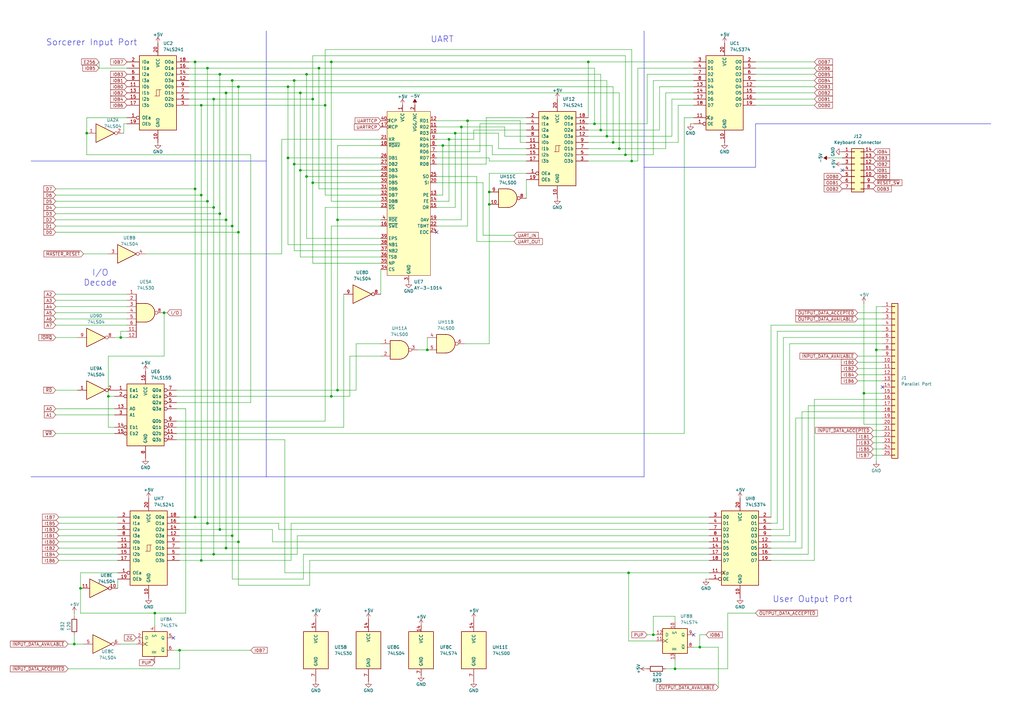
<source format=kicad_sch>
(kicad_sch (version 20250114) (generator "eeschema") (generator_version "9.0")
  (paper "A3")
  (text "I/O\nDecode" (at 41.148 114.046 0) (effects (font (size 2.54 2.54))))
  (text "UART" (at 181.356 16.256 0) (effects (font (size 2.54 2.54))))
  (text "User Output Port" (at 333.248 245.872 0) (effects (font (size 2.54 2.54))))
  (text "Sorcerer Input Port" (at 37.592 17.526 0) (effects (font (size 2.54 2.54))))
  (junction (at 33.02 241.3))
  (junction (at 44.45 162.56))
  (junction (at 120.65 33.02))
  (junction (at 354.33 161.29))
  (junction (at 35.56 54.61))
  (junction (at 90.17 30.48))
  (junction (at 85.09 27.94))
  (junction (at 82.55 80.01))
  (junction (at 184.15 57.15))
  (junction (at 251.46 58.42))
  (junction (at 97.79 95.25))
  (junction (at 118.11 35.56))
  (junction (at 133.35 43.18))
  (junction (at 248.92 55.88))
  (junction (at 241.3 25.4))
  (junction (at 73.66 266.7))
  (junction (at 92.71 38.1))
  (junction (at 186.69 54.61))
  (junction (at 87.63 85.09))
  (junction (at 138.43 160.02))
  (junction (at 243.84 50.8))
  (junction (at 130.81 27.94))
  (junction (at 90.17 217.17))
  (junction (at 254 60.96))
  (junction (at 125.73 72.39))
  (junction (at 128.27 40.64))
  (junction (at 246.38 53.34))
  (junction (at 95.25 33.02))
  (junction (at 181.61 59.69))
  (junction (at 92.71 90.17))
  (junction (at 85.09 214.63))
  (junction (at 82.55 229.87))
  (junction (at 30.48 264.16))
  (junction (at 80.01 25.4))
  (junction (at 80.01 77.47))
  (junction (at 97.79 35.56))
  (junction (at 191.77 49.53))
  (junction (at 63.5 251.46))
  (junction (at 120.65 67.31))
  (junction (at 123.19 38.1))
  (junction (at 256.54 63.5))
  (junction (at 118.11 64.77))
  (junction (at 95.25 92.71))
  (junction (at 49.53 138.43))
  (junction (at 95.25 219.71))
  (junction (at 287.02 265.43))
  (junction (at 85.09 82.55))
  (junction (at 67.31 128.27))
  (junction (at 189.23 52.07))
  (junction (at 267.97 260.35))
  (junction (at 128.27 74.93))
  (junction (at 276.86 274.32))
  (junction (at 135.89 162.56))
  (junction (at 259.08 66.04))
  (junction (at 359.41 143.51))
  (junction (at 90.17 87.63))
  (junction (at 82.55 43.18))
  (junction (at 138.43 90.17))
  (junction (at 257.81 234.95))
  (junction (at 97.79 222.25))
  (junction (at 200.66 78.74))
  (junction (at 80.01 212.09))
  (junction (at 92.71 224.79))
  (junction (at 135.89 25.4))
  (junction (at 87.63 227.33))
  (junction (at 175.26 143.51))
  (junction (at 87.63 40.64))
  (junction (at 123.19 69.85))
  (junction (at 125.73 30.48))
  (junction (at 200.66 83.82))
  (no_connect (at 361.95 158.75))
  (no_connect (at 71.12 261.62))
  (no_connect (at 345.44 69.85))
  (no_connect (at 179.07 95.25))
  (no_connect (at 284.48 260.35))
  (wire (pts (xy 33.02 251.46) (xy 33.02 241.3)))
  (wire (pts (xy 191.77 49.53) (xy 213.36 49.53)))
  (wire (pts (xy 138.43 59.69) (xy 138.43 90.17)))
  (wire (pts (xy 24.13 227.33) (xy 48.26 227.33)))
  (wire (pts (xy 73.66 224.79) (xy 92.71 224.79)))
  (wire (pts (xy 133.35 80.01) (xy 133.35 43.18)))
  (wire (pts (xy 114.3 214.63) (xy 85.09 214.63)))
  (wire (pts (xy 127 229.87) (xy 127 240.03)))
  (wire (pts (xy 328.93 168.91) (xy 328.93 224.79)))
  (wire (pts (xy 199.39 67.31) (xy 199.39 48.26)))
  (wire (pts (xy 120.65 33.02) (xy 95.25 33.02)))
  (wire (pts (xy 123.19 105.41) (xy 123.19 69.85)))
  (polyline (pts (xy 109.22 12.7) (xy 109.22 66.04)))
  (wire (pts (xy 351.79 130.81) (xy 361.95 130.81)))
  (wire (pts (xy 22.86 77.47) (xy 80.01 77.47)))
  (wire (pts (xy 254 38.1) (xy 123.19 38.1)))
  (wire (pts (xy 351.79 128.27) (xy 361.95 128.27)))
  (wire (pts (xy 121.92 219.71) (xy 121.92 227.33)))
  (wire (pts (xy 267.97 252.73) (xy 267.97 260.35)))
  (wire (pts (xy 73.66 217.17) (xy 90.17 217.17)))
  (wire (pts (xy 156.21 102.87) (xy 120.65 102.87)))
  (wire (pts (xy 73.66 229.87) (xy 82.55 229.87)))
  (wire (pts (xy 243.84 27.94) (xy 130.81 27.94)))
  (wire (pts (xy 261.62 66.04) (xy 259.08 66.04)))
  (wire (pts (xy 251.46 58.42) (xy 251.46 35.56)))
  (wire (pts (xy 276.86 255.27) (xy 276.86 252.73)))
  (wire (pts (xy 97.79 95.25) (xy 97.79 35.56)))
  (wire (pts (xy 156.21 97.79) (xy 125.73 97.79)))
  (wire (pts (xy 213.36 49.53) (xy 213.36 58.42)))
  (wire (pts (xy 334.01 229.87) (xy 316.23 229.87)))
  (wire (pts (xy 179.07 57.15) (xy 184.15 57.15)))
  (wire (pts (xy 340.36 64.77) (xy 345.44 64.77)))
  (wire (pts (xy 156.21 67.31) (xy 120.65 67.31)))
  (wire (pts (xy 135.89 162.56) (xy 72.39 162.56)))
  (wire (pts (xy 309.88 33.02) (xy 334.01 33.02)))
  (wire (pts (xy 191.77 92.71) (xy 191.77 49.53)))
  (wire (pts (xy 48.26 234.95) (xy 33.02 234.95)))
  (wire (pts (xy 241.3 48.26) (xy 241.3 25.4)))
  (wire (pts (xy 128.27 22.86) (xy 128.27 40.64)))
  (wire (pts (xy 280.67 48.26) (xy 280.67 177.8)))
  (wire (pts (xy 284.48 35.56) (xy 270.51 35.56)))
  (wire (pts (xy 111.76 222.25) (xy 111.76 217.17)))
  (wire (pts (xy 200.66 64.77) (xy 200.66 66.04)))
  (wire (pts (xy 267.97 33.02) (xy 267.97 63.5)))
  (wire (pts (xy 97.79 222.25) (xy 97.79 95.25)))
  (wire (pts (xy 267.97 63.5) (xy 256.54 63.5)))
  (wire (pts (xy 87.63 85.09) (xy 87.63 40.64)))
  (wire (pts (xy 201.93 63.5) (xy 215.9 63.5)))
  (wire (pts (xy 156.21 100.33) (xy 118.11 100.33)))
  (wire (pts (xy 114.3 217.17) (xy 114.3 214.63)))
  (wire (pts (xy 140.97 175.26) (xy 140.97 120.65)))
  (wire (pts (xy 259.08 20.32) (xy 133.35 20.32)))
  (wire (pts (xy 71.12 266.7) (xy 73.66 266.7)))
  (wire (pts (xy 361.95 171.45) (xy 326.39 171.45)))
  (wire (pts (xy 179.07 59.69) (xy 181.61 59.69)))
  (wire (pts (xy 92.71 90.17) (xy 92.71 38.1)))
  (wire (pts (xy 284.48 27.94) (xy 261.62 27.94)))
  (wire (pts (xy 358.14 186.69) (xy 361.95 186.69)))
  (wire (pts (xy 73.66 214.63) (xy 85.09 214.63)))
  (wire (pts (xy 179.07 90.17) (xy 189.23 90.17)))
  (wire (pts (xy 156.21 107.95) (xy 128.27 107.95)))
  (wire (pts (xy 80.01 25.4) (xy 77.47 25.4)))
  (wire (pts (xy 46.99 175.26) (xy 44.45 175.26)))
  (wire (pts (xy 276.86 274.32) (xy 276.86 270.51)))
  (wire (pts (xy 130.81 27.94) (xy 85.09 27.94)))
  (wire (pts (xy 189.23 90.17) (xy 189.23 52.07)))
  (wire (pts (xy 354.33 124.46) (xy 354.33 161.29)))
  (wire (pts (xy 156.21 59.69) (xy 138.43 59.69)))
  (wire (pts (xy 298.45 251.46) (xy 309.88 251.46)))
  (wire (pts (xy 181.61 59.69) (xy 201.93 59.69)))
  (wire (pts (xy 359.41 189.23) (xy 359.41 143.51)))
  (wire (pts (xy 241.3 50.8) (xy 243.84 50.8)))
  (wire (pts (xy 321.31 217.17) (xy 316.23 217.17)))
  (wire (pts (xy 267.97 260.35) (xy 269.24 260.35)))
  (wire (pts (xy 22.86 90.17) (xy 92.71 90.17)))
  (wire (pts (xy 198.12 96.52) (xy 198.12 74.93)))
  (polyline (pts (xy 109.22 195.58) (xy 264.16 195.58)))
  (wire (pts (xy 284.48 40.64) (xy 275.59 40.64)))
  (wire (pts (xy 280.67 177.8) (xy 72.39 177.8)))
  (wire (pts (xy 24.13 224.79) (xy 48.26 224.79)))
  (wire (pts (xy 92.71 38.1) (xy 77.47 38.1)))
  (wire (pts (xy 156.21 110.49) (xy 156.21 120.65)))
  (wire (pts (xy 22.86 92.71) (xy 95.25 92.71)))
  (wire (pts (xy 35.56 63.5) (xy 102.87 63.5)))
  (wire (pts (xy 156.21 57.15) (xy 115.57 57.15)))
  (wire (pts (xy 241.3 58.42) (xy 251.46 58.42)))
  (wire (pts (xy 323.85 219.71) (xy 316.23 219.71)))
  (wire (pts (xy 248.92 33.02) (xy 120.65 33.02)))
  (wire (pts (xy 123.19 69.85) (xy 123.19 38.1)))
  (wire (pts (xy 48.26 237.49) (xy 48.26 241.3)))
  (wire (pts (xy 50.8 54.61) (xy 50.8 50.8)))
  (wire (pts (xy 115.57 104.14) (xy 59.69 104.14)))
  (wire (pts (xy 146.05 140.97) (xy 146.05 160.02)))
  (wire (pts (xy 22.86 85.09) (xy 87.63 85.09)))
  (wire (pts (xy 359.41 143.51) (xy 361.95 143.51)))
  (wire (pts (xy 156.21 69.85) (xy 123.19 69.85)))
  (wire (pts (xy 118.11 35.56) (xy 97.79 35.56)))
  (wire (pts (xy 284.48 30.48) (xy 265.43 30.48)))
  (wire (pts (xy 361.95 163.83) (xy 334.01 163.83)))
  (wire (pts (xy 133.35 85.09) (xy 133.35 172.72)))
  (wire (pts (xy 259.08 66.04) (xy 259.08 20.32)))
  (wire (pts (xy 90.17 217.17) (xy 90.17 87.63)))
  (wire (pts (xy 290.83 229.87) (xy 127 229.87)))
  (wire (pts (xy 133.35 43.18) (xy 82.55 43.18)))
  (wire (pts (xy 284.48 33.02) (xy 267.97 33.02)))
  (wire (pts (xy 194.31 53.34) (xy 215.9 53.34)))
  (wire (pts (xy 133.35 172.72) (xy 72.39 172.72)))
  (wire (pts (xy 156.21 146.05) (xy 143.51 146.05)))
  (wire (pts (xy 189.23 52.07) (xy 207.01 52.07)))
  (wire (pts (xy 95.25 237.49) (xy 95.25 219.71)))
  (wire (pts (xy 243.84 50.8) (xy 243.84 27.94)))
  (wire (pts (xy 298.45 274.32) (xy 276.86 274.32)))
  (wire (pts (xy 125.73 97.79) (xy 125.73 72.39)))
  (polyline (pts (xy 264.16 12.7) (xy 264.16 195.58)))
  (wire (pts (xy 22.86 138.43) (xy 31.75 138.43)))
  (wire (pts (xy 49.53 135.89) (xy 49.53 138.43)))
  (wire (pts (xy 95.25 92.71) (xy 95.25 33.02)))
  (wire (pts (xy 248.92 55.88) (xy 248.92 33.02)))
  (wire (pts (xy 179.07 54.61) (xy 186.69 54.61)))
  (wire (pts (xy 171.45 143.51) (xy 175.26 143.51)))
  (polyline (pts (xy 309.88 50.8) (xy 406.4 50.8)))
  (wire (pts (xy 361.95 173.99) (xy 354.33 173.99)))
  (wire (pts (xy 156.21 92.71) (xy 135.89 92.71)))
  (wire (pts (xy 257.81 234.95) (xy 116.84 234.95)))
  (polyline (pts (xy 12.7 66.04) (xy 109.22 66.04)))
  (wire (pts (xy 215.9 71.12) (xy 200.66 71.12)))
  (wire (pts (xy 196.85 62.23) (xy 196.85 50.8)))
  (wire (pts (xy 135.89 92.71) (xy 135.89 162.56)))
  (wire (pts (xy 30.48 260.35) (xy 30.48 264.16)))
  (wire (pts (xy 326.39 171.45) (xy 326.39 222.25)))
  (wire (pts (xy 287.02 260.35) (xy 287.02 265.43)))
  (wire (pts (xy 119.38 214.63) (xy 119.38 229.87)))
  (wire (pts (xy 156.21 72.39) (xy 125.73 72.39)))
  (wire (pts (xy 135.89 25.4) (xy 80.01 25.4)))
  (wire (pts (xy 44.45 146.05) (xy 44.45 162.56)))
  (wire (pts (xy 241.3 66.04) (xy 259.08 66.04)))
  (wire (pts (xy 179.07 85.09) (xy 186.69 85.09)))
  (wire (pts (xy 52.07 135.89) (xy 49.53 135.89)))
  (wire (pts (xy 265.43 260.35) (xy 267.97 260.35)))
  (wire (pts (xy 128.27 74.93) (xy 128.27 40.64)))
  (wire (pts (xy 80.01 212.09) (xy 80.01 77.47)))
  (wire (pts (xy 331.47 227.33) (xy 316.23 227.33)))
  (wire (pts (xy 190.5 140.97) (xy 200.66 140.97)))
  (wire (pts (xy 22.86 130.81) (xy 52.07 130.81)))
  (wire (pts (xy 318.77 214.63) (xy 316.23 214.63)))
  (polyline (pts (xy 264.16 68.58) (xy 309.88 68.58)))
  (wire (pts (xy 354.33 161.29) (xy 361.95 161.29)))
  (wire (pts (xy 326.39 222.25) (xy 316.23 222.25)))
  (wire (pts (xy 270.51 35.56) (xy 270.51 53.34)))
  (wire (pts (xy 124.46 227.33) (xy 124.46 237.49)))
  (wire (pts (xy 359.41 143.51) (xy 359.41 125.73)))
  (wire (pts (xy 52.07 48.26) (xy 35.56 48.26)))
  (wire (pts (xy 241.3 63.5) (xy 256.54 63.5)))
  (wire (pts (xy 186.69 54.61) (xy 204.47 54.61)))
  (wire (pts (xy 76.2 251.46) (xy 63.5 251.46)))
  (wire (pts (xy 156.21 82.55) (xy 135.89 82.55)))
  (wire (pts (xy 156.21 105.41) (xy 123.19 105.41)))
  (wire (pts (xy 179.07 82.55) (xy 184.15 82.55)))
  (wire (pts (xy 24.13 212.09) (xy 48.26 212.09)))
  (wire (pts (xy 290.83 222.25) (xy 111.76 222.25)))
  (wire (pts (xy 256.54 63.5) (xy 256.54 22.86)))
  (wire (pts (xy 358.14 184.15) (xy 361.95 184.15)))
  (polyline (pts (xy 109.22 66.04) (xy 109.22 195.58)))
  (wire (pts (xy 116.84 180.34) (xy 72.39 180.34)))
  (wire (pts (xy 124.46 237.49) (xy 95.25 237.49)))
  (wire (pts (xy 318.77 135.89) (xy 318.77 214.63)))
  (wire (pts (xy 199.39 48.26) (xy 215.9 48.26)))
  (wire (pts (xy 179.07 64.77) (xy 200.66 64.77)))
  (wire (pts (xy 156.21 74.93) (xy 128.27 74.93)))
  (wire (pts (xy 201.93 59.69) (xy 201.93 63.5)))
  (wire (pts (xy 119.38 229.87) (xy 82.55 229.87)))
  (wire (pts (xy 195.58 99.06) (xy 195.58 72.39)))
  (wire (pts (xy 256.54 22.86) (xy 128.27 22.86)))
  (wire (pts (xy 361.95 168.91) (xy 328.93 168.91)))
  (wire (pts (xy 210.82 99.06) (xy 195.58 99.06)))
  (wire (pts (xy 309.88 40.64) (xy 334.01 40.64)))
  (wire (pts (xy 156.21 77.47) (xy 130.81 77.47)))
  (wire (pts (xy 146.05 160.02) (xy 138.43 160.02)))
  (wire (pts (xy 63.5 251.46) (xy 63.5 256.54)))
  (wire (pts (xy 40.64 27.94) (xy 52.07 27.94)))
  (wire (pts (xy 40.64 27.94) (xy 40.64 25.4)))
  (wire (pts (xy 361.95 138.43) (xy 321.31 138.43)))
  (wire (pts (xy 22.86 177.8) (xy 46.99 177.8)))
  (wire (pts (xy 22.86 133.35) (xy 52.07 133.35)))
  (wire (pts (xy 195.58 72.39) (xy 179.07 72.39)))
  (wire (pts (xy 204.47 60.96) (xy 215.9 60.96)))
  (wire (pts (xy 309.88 25.4) (xy 334.01 25.4)))
  (polyline (pts (xy 309.88 68.58) (xy 309.88 50.8)))
  (wire (pts (xy 289.56 260.35) (xy 287.02 260.35)))
  (wire (pts (xy 265.43 50.8) (xy 243.84 50.8)))
  (wire (pts (xy 284.48 43.18) (xy 278.13 43.18)))
  (wire (pts (xy 156.21 80.01) (xy 133.35 80.01)))
  (wire (pts (xy 87.63 40.64) (xy 77.47 40.64)))
  (wire (pts (xy 323.85 140.97) (xy 323.85 219.71)))
  (wire (pts (xy 290.83 219.71) (xy 121.92 219.71)))
  (wire (pts (xy 278.13 58.42) (xy 251.46 58.42)))
  (wire (pts (xy 44.45 175.26) (xy 44.45 162.56)))
  (wire (pts (xy 22.86 120.65) (xy 52.07 120.65)))
  (wire (pts (xy 316.23 133.35) (xy 316.23 212.09)))
  (wire (pts (xy 200.66 71.12) (xy 200.66 78.74)))
  (wire (pts (xy 358.14 176.53) (xy 361.95 176.53)))
  (wire (pts (xy 24.13 214.63) (xy 48.26 214.63)))
  (wire (pts (xy 156.21 140.97) (xy 146.05 140.97)))
  (wire (pts (xy 80.01 77.47) (xy 80.01 25.4)))
  (wire (pts (xy 97.79 240.03) (xy 97.79 222.25)))
  (wire (pts (xy 138.43 90.17) (xy 138.43 160.02)))
  (wire (pts (xy 22.86 87.63) (xy 90.17 87.63)))
  (wire (pts (xy 276.86 252.73) (xy 267.97 252.73)))
  (wire (pts (xy 294.64 265.43) (xy 287.02 265.43)))
  (wire (pts (xy 358.14 179.07) (xy 361.95 179.07)))
  (wire (pts (xy 102.87 165.1) (xy 72.39 165.1)))
  (wire (pts (xy 49.53 138.43) (xy 52.07 138.43)))
  (wire (pts (xy 85.09 82.55) (xy 85.09 27.94)))
  (wire (pts (xy 127 240.03) (xy 97.79 240.03)))
  (wire (pts (xy 138.43 160.02) (xy 72.39 160.02)))
  (wire (pts (xy 265.43 30.48) (xy 265.43 50.8)))
  (wire (pts (xy 298.45 251.46) (xy 298.45 274.32)))
  (wire (pts (xy 22.86 167.64) (xy 46.99 167.64)))
  (wire (pts (xy 334.01 163.83) (xy 334.01 229.87)))
  (polyline (pts (xy 12.7 195.58) (xy 109.22 195.58)))
  (wire (pts (xy 278.13 43.18) (xy 278.13 58.42)))
  (wire (pts (xy 351.79 146.05) (xy 361.95 146.05)))
  (wire (pts (xy 198.12 74.93) (xy 179.07 74.93)))
  (wire (pts (xy 179.07 62.23) (xy 196.85 62.23)))
  (wire (pts (xy 35.56 48.26) (xy 35.56 54.61)))
  (wire (pts (xy 49.53 264.16) (xy 55.88 264.16)))
  (wire (pts (xy 186.69 85.09) (xy 186.69 54.61)))
  (wire (pts (xy 358.14 181.61) (xy 361.95 181.61)))
  (wire (pts (xy 351.79 148.59) (xy 361.95 148.59)))
  (wire (pts (xy 359.41 125.73) (xy 361.95 125.73)))
  (wire (pts (xy 283.21 50.8) (xy 284.48 50.8)))
  (wire (pts (xy 125.73 72.39) (xy 125.73 30.48)))
  (wire (pts (xy 331.47 166.37) (xy 331.47 227.33)))
  (wire (pts (xy 200.66 83.82) (xy 200.66 78.74)))
  (wire (pts (xy 361.95 135.89) (xy 318.77 135.89)))
  (wire (pts (xy 290.83 227.33) (xy 124.46 227.33)))
  (wire (pts (xy 321.31 138.43) (xy 321.31 217.17)))
  (wire (pts (xy 196.85 50.8) (xy 215.9 50.8)))
  (wire (pts (xy 49.53 138.43) (xy 46.99 138.43)))
  (wire (pts (xy 181.61 80.01) (xy 181.61 59.69)))
  (wire (pts (xy 67.31 128.27) (xy 68.58 128.27)))
  (wire (pts (xy 184.15 57.15) (xy 194.31 57.15)))
  (wire (pts (xy 118.11 64.77) (xy 118.11 35.56)))
  (wire (pts (xy 34.29 104.14) (xy 44.45 104.14)))
  (wire (pts (xy 73.66 212.09) (xy 80.01 212.09)))
  (wire (pts (xy 22.86 125.73) (xy 52.07 125.73)))
  (wire (pts (xy 82.55 229.87) (xy 82.55 80.01)))
  (wire (pts (xy 135.89 82.55) (xy 135.89 25.4)))
  (wire (pts (xy 123.19 38.1) (xy 92.71 38.1)))
  (wire (pts (xy 90.17 30.48) (xy 77.47 30.48)))
  (wire (pts (xy 63.5 251.46) (xy 33.02 251.46)))
  (wire (pts (xy 156.21 64.77) (xy 118.11 64.77)))
  (wire (pts (xy 361.95 166.37) (xy 331.47 166.37)))
  (wire (pts (xy 85.09 27.94) (xy 77.47 27.94)))
  (wire (pts (xy 24.13 222.25) (xy 48.26 222.25)))
  (wire (pts (xy 215.9 73.66) (xy 215.9 81.28)))
  (wire (pts (xy 92.71 224.79) (xy 92.71 90.17)))
  (wire (pts (xy 24.13 217.17) (xy 48.26 217.17)))
  (wire (pts (xy 241.3 25.4) (xy 284.48 25.4)))
  (wire (pts (xy 275.59 55.88) (xy 248.92 55.88)))
  (wire (pts (xy 309.88 35.56) (xy 334.01 35.56)))
  (wire (pts (xy 22.86 160.02) (xy 31.75 160.02)))
  (wire (pts (xy 210.82 96.52) (xy 198.12 96.52)))
  (wire (pts (xy 72.39 167.64) (xy 76.2 167.64)))
  (wire (pts (xy 102.87 63.5) (xy 102.87 165.1)))
  (wire (pts (xy 24.13 229.87) (xy 48.26 229.87)))
  (wire (pts (xy 241.3 25.4) (xy 135.89 25.4)))
  (wire (pts (xy 72.39 175.26) (xy 140.97 175.26)))
  (wire (pts (xy 73.66 274.32) (xy 73.66 266.7)))
  (wire (pts (xy 241.3 55.88) (xy 248.92 55.88)))
  (wire (pts (xy 179.07 52.07) (xy 189.23 52.07)))
  (wire (pts (xy 118.11 100.33) (xy 118.11 64.77)))
  (wire (pts (xy 241.3 60.96) (xy 254 60.96)))
  (wire (pts (xy 30.48 251.46) (xy 30.48 252.73)))
  (wire (pts (xy 200.66 66.04) (xy 215.9 66.04)))
  (wire (pts (xy 179.07 49.53) (xy 191.77 49.53)))
  (wire (pts (xy 254 60.96) (xy 254 38.1)))
  (wire (pts (xy 92.71 224.79) (xy 290.83 224.79)))
  (wire (pts (xy 22.86 128.27) (xy 52.07 128.27)))
  (wire (pts (xy 82.55 43.18) (xy 77.47 43.18)))
  (wire (pts (xy 116.84 234.95) (xy 116.84 180.34)))
  (wire (pts (xy 179.07 92.71) (xy 191.77 92.71)))
  (wire (pts (xy 22.86 82.55) (xy 85.09 82.55)))
  (wire (pts (xy 309.88 43.18) (xy 334.01 43.18)))
  (wire (pts (xy 76.2 167.64) (xy 76.2 251.46)))
  (wire (pts (xy 261.62 27.94) (xy 261.62 66.04)))
  (wire (pts (xy 67.31 146.05) (xy 44.45 146.05)))
  (wire (pts (xy 309.88 27.94) (xy 334.01 27.94)))
  (wire (pts (xy 44.45 162.56) (xy 46.99 162.56)))
  (wire (pts (xy 284.48 38.1) (xy 273.05 38.1)))
  (wire (pts (xy 351.79 153.67) (xy 361.95 153.67)))
  (wire (pts (xy 290.83 214.63) (xy 119.38 214.63)))
  (wire (pts (xy 82.55 80.01) (xy 82.55 43.18)))
  (wire (pts (xy 361.95 133.35) (xy 316.23 133.35)))
  (wire (pts (xy 207.01 52.07) (xy 207.01 55.88)))
  (wire (pts (xy 128.27 40.64) (xy 87.63 40.64)))
  (wire (pts (xy 290.83 234.95) (xy 257.81 234.95)))
  (wire (pts (xy 125.73 30.48) (xy 90.17 30.48)))
  (wire (pts (xy 30.48 264.16) (xy 34.29 264.16)))
  (wire (pts (xy 27.94 274.32) (xy 73.66 274.32)))
  (wire (pts (xy 97.79 35.56) (xy 77.47 35.56)))
  (wire (pts (xy 33.02 234.95) (xy 33.02 241.3)))
  (wire (pts (xy 67.31 128.27) (xy 67.31 146.05)))
  (wire (pts (xy 294.64 281.94) (xy 294.64 265.43)))
  (wire (pts (xy 273.05 38.1) (xy 273.05 60.96)))
  (wire (pts (xy 269.24 262.89) (xy 257.81 262.89)))
  (wire (pts (xy 22.86 123.19) (xy 52.07 123.19)))
  (wire (pts (xy 22.86 80.01) (xy 82.55 80.01)))
  (wire (pts (xy 287.02 265.43) (xy 284.48 265.43)))
  (wire (pts (xy 90.17 87.63) (xy 90.17 30.48)))
  (wire (pts (xy 179.07 80.01) (xy 181.61 80.01)))
  (wire (pts (xy 95.25 219.71) (xy 95.25 92.71)))
  (wire (pts (xy 194.31 57.15) (xy 194.31 53.34)))
  (wire (pts (xy 213.36 58.42) (xy 215.9 58.42)))
  (wire (pts (xy 27.94 264.16) (xy 30.48 264.16)))
  (wire (pts (xy 73.66 222.25) (xy 97.79 222.25)))
  (wire (pts (xy 273.05 274.32) (xy 276.86 274.32)))
  (wire (pts (xy 184.15 82.55) (xy 184.15 57.15)))
  (wire (pts (xy 179.07 67.31) (xy 199.39 67.31)))
  (wire (pts (xy 115.57 57.15) (xy 115.57 104.14)))
  (wire (pts (xy 24.13 219.71) (xy 48.26 219.71)))
  (wire (pts (xy 73.66 266.7) (xy 102.87 266.7)))
  (wire (pts (xy 309.88 38.1) (xy 334.01 38.1)))
  (wire (pts (xy 251.46 35.56) (xy 118.11 35.56)))
  (wire (pts (xy 200.66 140.97) (xy 200.66 83.82)))
  (wire (pts (xy 204.47 54.61) (xy 204.47 60.96)))
  (wire (pts (xy 207.01 55.88) (xy 215.9 55.88)))
  (wire (pts (xy 73.66 227.33) (xy 87.63 227.33)))
  (wire (pts (xy 121.92 227.33) (xy 87.63 227.33)))
  (wire (pts (xy 289.56 237.49) (xy 290.83 237.49)))
  (wire (pts (xy 95.25 33.02) (xy 77.47 33.02)))
  (wire (pts (xy 354.33 173.99) (xy 354.33 161.29)))
  (wire (pts (xy 309.88 30.48) (xy 334.01 30.48)))
  (wire (pts (xy 241.3 53.34) (xy 246.38 53.34)))
  (wire (pts (xy 328.93 224.79) (xy 316.23 224.79)))
  (wire (pts (xy 87.63 227.33) (xy 87.63 85.09)))
  (wire (pts (xy 361.95 140.97) (xy 323.85 140.97)))
  (wire (pts (xy 275.59 40.64) (xy 275.59 55.88)))
  (wire (pts (xy 143.51 146.05) (xy 143.51 162.56)))
  (wire (pts (xy 246.38 53.34) (xy 246.38 30.48)))
  (wire (pts (xy 73.66 219.71) (xy 95.25 219.71)))
  (wire (pts (xy 111.76 217.17) (xy 90.17 217.17)))
  (wire (pts (xy 290.83 217.17) (xy 114.3 217.17)))
  (wire (pts (xy 50.8 50.8) (xy 52.07 50.8)))
  (wire (pts (xy 130.81 77.47) (xy 130.81 27.94)))
  (wire (pts (xy 80.01 212.09) (xy 290.83 212.09)))
  (wire (pts (xy 246.38 30.48) (xy 125.73 30.48)))
  (wire (pts (xy 35.56 54.61) (xy 35.56 63.5)))
  (wire (pts (xy 175.26 143.51) (xy 175.26 138.43)))
  (wire (pts (xy 284.48 48.26) (xy 280.67 48.26)))
  (wire (pts (xy 351.79 151.13) (xy 361.95 151.13)))
  (wire (pts (xy 128.27 107.95) (xy 128.27 74.93)))
  (wire (pts (xy 120.65 67.31) (xy 120.65 33.02)))
  (wire (pts (xy 257.81 262.89) (xy 257.81 234.95)))
  (wire (pts (xy 273.05 60.96) (xy 254 60.96)))
  (wire (pts (xy 143.51 162.56) (xy 135.89 162.56)))
  (wire (pts (xy 156.21 85.09) (xy 133.35 85.09)))
  (wire (pts (xy 85.09 214.63) (xy 85.09 82.55)))
  (wire (pts (xy 133.35 20.32) (xy 133.35 43.18)))
  (wire (pts (xy 156.21 90.17) (xy 138.43 90.17)))
  (wire (pts (xy 120.65 102.87) (xy 120.65 67.31)))
  (wire (pts (xy 22.86 170.18) (xy 46.99 170.18)))
  (wire (pts (xy 22.86 95.25) (xy 97.79 95.25)))
  (wire (pts (xy 270.51 53.34) (xy 246.38 53.34)))
  (wire (pts (xy 351.79 156.21) (xy 361.95 156.21)))
  (global_label "O0B2" (shape input) (at 345.44 77.47 180) (property "Intersheetrefs" "${INTERSHEET_REFS}" (effects (hide yes))))
  (global_label "I1B1" (shape input) (at 24.13 219.71 180) (property "Intersheetrefs" "${INTERSHEET_REFS}" (effects (hide yes))))
  (global_label "I1B7" (shape input) (at 24.13 212.09 180) (property "Intersheetrefs" "${INTERSHEET_REFS}" (effects (hide yes))))
  (global_label "I{slash}O" (shape input) (at 68.58 128.27 0) (property "Intersheetrefs" "${INTERSHEET_REFS}" (effects (hide yes))))
  (global_label "~{IORQ}" (shape input) (at 22.86 138.43 180) (property "Intersheetrefs" "${INTERSHEET_REFS}" (effects (hide yes))))
  (global_label "ZG" (shape input) (at 55.88 261.62 180) (property "Intersheetrefs" "${INTERSHEET_REFS}" (effects (hide yes))))
  (global_label "I1B0" (shape input) (at 24.13 222.25 180) (property "Intersheetrefs" "${INTERSHEET_REFS}" (effects (hide yes))))
  (global_label "I0B2" (shape input) (at 52.07 38.1 180) (property "Intersheetrefs" "${INTERSHEET_REFS}" (effects (hide yes))))
  (global_label "I0B4" (shape input) (at 52.07 40.64 180) (property "Intersheetrefs" "${INTERSHEET_REFS}" (effects (hide yes))))
  (global_label "I0B1" (shape input) (at 52.07 33.02 180) (property "Intersheetrefs" "${INTERSHEET_REFS}" (effects (hide yes))))
  (global_label "UART_OUT" (shape input) (at 210.82 99.06 0) (property "Intersheetrefs" "${INTERSHEET_REFS}" (effects (hide yes))))
  (global_label "I1B1" (shape input) (at 358.14 179.07 180) (property "Intersheetrefs" "${INTERSHEET_REFS}" (effects (hide yes))))
  (global_label "I1B5" (shape input) (at 358.14 184.15 180) (property "Intersheetrefs" "${INTERSHEET_REFS}" (effects (hide yes))))
  (global_label "A3" (shape input) (at 22.86 123.19 180) (property "Intersheetrefs" "${INTERSHEET_REFS}" (effects (hide yes))))
  (global_label "I1B7" (shape input) (at 358.14 186.69 180) (property "Intersheetrefs" "${INTERSHEET_REFS}" (effects (hide yes))))
  (global_label "I1B3" (shape input) (at 358.14 181.61 180) (property "Intersheetrefs" "${INTERSHEET_REFS}" (effects (hide yes))))
  (global_label "I0B3" (shape input) (at 52.07 30.48 180) (property "Intersheetrefs" "${INTERSHEET_REFS}" (effects (hide yes))))
  (global_label "A2" (shape input) (at 22.86 120.65 180) (property "Intersheetrefs" "${INTERSHEET_REFS}" (effects (hide yes))))
  (global_label "D5" (shape input) (at 22.86 82.55 180) (property "Intersheetrefs" "${INTERSHEET_REFS}" (effects (hide yes))))
  (global_label "D1" (shape input) (at 22.86 92.71 180) (property "Intersheetrefs" "${INTERSHEET_REFS}" (effects (hide yes))))
  (global_label "I1B2" (shape input) (at 24.13 224.79 180) (property "Intersheetrefs" "${INTERSHEET_REFS}" (effects (hide yes))))
  (global_label "D6" (shape input) (at 22.86 80.01 180) (property "Intersheetrefs" "${INTERSHEET_REFS}" (effects (hide yes))))
  (global_label "I0B2" (shape input) (at 358.14 67.31 0) (property "Intersheetrefs" "${INTERSHEET_REFS}" (effects (hide yes))))
  (global_label "O0B2" (shape input) (at 334.01 38.1 0) (property "Intersheetrefs" "${INTERSHEET_REFS}" (effects (hide yes))))
  (global_label "D7" (shape input) (at 22.86 77.47 180) (property "Intersheetrefs" "${INTERSHEET_REFS}" (effects (hide yes))))
  (global_label "I0B3" (shape input) (at 358.14 64.77 0) (property "Intersheetrefs" "${INTERSHEET_REFS}" (effects (hide yes))))
  (global_label "~{RESET_SW}" (shape input) (at 358.14 74.93 0) (property "Intersheetrefs" "${INTERSHEET_REFS}" (effects (hide yes))))
  (global_label "I0B0" (shape input) (at 358.14 72.39 0) (property "Intersheetrefs" "${INTERSHEET_REFS}" (effects (hide yes))))
  (global_label "~{OUTPUT_DATA_ACCEPTED}" (shape input) (at 351.79 128.27 180) (property "Intersheetrefs" "${INTERSHEET_REFS}" (effects (hide yes))))
  (global_label "O0B3" (shape input) (at 358.14 77.47 0) (property "Intersheetrefs" "${INTERSHEET_REFS}" (effects (hide yes))))
  (global_label "~{INPUT_DATA_ACCEPTED}" (shape input) (at 27.94 274.32 180) (property "Intersheetrefs" "${INTERSHEET_REFS}" (effects (hide yes))))
  (global_label "A5" (shape input) (at 22.86 128.27 180) (property "Intersheetrefs" "${INTERSHEET_REFS}" (effects (hide yes))))
  (global_label "D2" (shape input) (at 22.86 90.17 180) (property "Intersheetrefs" "${INTERSHEET_REFS}" (effects (hide yes))))
  (global_label "~{OUTPUT_DATA_ACCEPTED}" (shape input) (at 309.88 251.46 0) (property "Intersheetrefs" "${INTERSHEET_REFS}" (effects (hide yes))))
  (global_label "D0" (shape input) (at 22.86 95.25 180) (property "Intersheetrefs" "${INTERSHEET_REFS}" (effects (hide yes))))
  (global_label "I0B5" (shape input) (at 40.64 27.94 180) (property "Intersheetrefs" "${INTERSHEET_REFS}" (effects (hide yes))))
  (global_label "E256" (shape input) (at 40.64 25.4 180) (property "Intersheetrefs" "${INTERSHEET_REFS}" (effects (hide yes))))
  (global_label "PUP" (shape input) (at 265.43 260.35 180) (property "Intersheetrefs" "${INTERSHEET_REFS}" (effects (hide yes))))
  (global_label "~{RD}" (shape input) (at 22.86 160.02 180) (property "Intersheetrefs" "${INTERSHEET_REFS}" (effects (hide yes))))
  (global_label "~{OUTPUT_DATA_AVAILABLE}" (shape input) (at 294.64 281.94 180) (property "Intersheetrefs" "${INTERSHEET_REFS}" (effects (hide yes))))
  (global_label "O0B1" (shape input) (at 345.44 74.93 180) (property "Intersheetrefs" "${INTERSHEET_REFS}" (effects (hide yes))))
  (global_label "I0B0" (shape input) (at 52.07 35.56 180) (property "Intersheetrefs" "${INTERSHEET_REFS}" (effects (hide yes))))
  (global_label "O0B1" (shape input) (at 334.01 40.64 0) (property "Intersheetrefs" "${INTERSHEET_REFS}" (effects (hide yes))))
  (global_label "A7" (shape input) (at 22.86 133.35 180) (property "Intersheetrefs" "${INTERSHEET_REFS}" (effects (hide yes))))
  (global_label "I0B7" (shape input) (at 102.87 266.7 0) (property "Intersheetrefs" "${INTERSHEET_REFS}" (effects (hide yes))))
  (global_label "O0B6" (shape input) (at 334.01 27.94 0) (property "Intersheetrefs" "${INTERSHEET_REFS}" (effects (hide yes))))
  (global_label "I1B0" (shape input) (at 351.79 148.59 180) (property "Intersheetrefs" "${INTERSHEET_REFS}" (effects (hide yes))))
  (global_label "A4" (shape input) (at 22.86 125.73 180) (property "Intersheetrefs" "${INTERSHEET_REFS}" (effects (hide yes))))
  (global_label "~{INPUT_DATA_ACCEPTED}" (shape input) (at 358.14 176.53 180) (property "Intersheetrefs" "${INTERSHEET_REFS}" (effects (hide yes))))
  (global_label "UARTTCP" (shape input) (at 156.21 49.53 180) (property "Intersheetrefs" "${INTERSHEET_REFS}" (effects (hide yes))))
  (global_label "I1B4" (shape input) (at 351.79 153.67 180) (property "Intersheetrefs" "${INTERSHEET_REFS}" (effects (hide yes))))
  (global_label "A0" (shape input) (at 22.86 167.64 180) (property "Intersheetrefs" "${INTERSHEET_REFS}" (effects (hide yes))))
  (global_label "~{OUTPUT_DATA_AVAILABLE}" (shape input) (at 351.79 130.81 180) (property "Intersheetrefs" "${INTERSHEET_REFS}" (effects (hide yes))))
  (global_label "PUP" (shape input) (at 63.5 271.78 180) (property "Intersheetrefs" "${INTERSHEET_REFS}" (effects (hide yes))))
  (global_label "O0B3" (shape input) (at 334.01 35.56 0) (property "Intersheetrefs" "${INTERSHEET_REFS}" (effects (hide yes))))
  (global_label "I1B2" (shape input) (at 351.79 151.13 180) (property "Intersheetrefs" "${INTERSHEET_REFS}" (effects (hide yes))))
  (global_label "D4" (shape input) (at 22.86 85.09 180) (property "Intersheetrefs" "${INTERSHEET_REFS}" (effects (hide yes))))
  (global_label "UART_IN" (shape input) (at 210.82 96.52 0) (property "Intersheetrefs" "${INTERSHEET_REFS}" (effects (hide yes))))
  (global_label "A1" (shape input) (at 22.86 170.18 180) (property "Intersheetrefs" "${INTERSHEET_REFS}" (effects (hide yes))))
  (global_label "I0B6" (shape input) (at 52.07 43.18 180) (property "Intersheetrefs" "${INTERSHEET_REFS}" (effects (hide yes))))
  (global_label "O0B0" (shape input) (at 345.44 72.39 180) (property "Intersheetrefs" "${INTERSHEET_REFS}" (effects (hide yes))))
  (global_label "UARTRCP" (shape input) (at 156.21 52.07 180) (property "Intersheetrefs" "${INTERSHEET_REFS}" (effects (hide yes))))
  (global_label "I1B5" (shape input) (at 24.13 214.63 180) (property "Intersheetrefs" "${INTERSHEET_REFS}" (effects (hide yes))))
  (global_label "I0B4" (shape input) (at 358.14 62.23 0) (property "Intersheetrefs" "${INTERSHEET_REFS}" (effects (hide yes))))
  (global_label "I0B1" (shape input) (at 358.14 69.85 0) (property "Intersheetrefs" "${INTERSHEET_REFS}" (effects (hide yes))))
  (global_label "I1B3" (shape input) (at 24.13 217.17 180) (property "Intersheetrefs" "${INTERSHEET_REFS}" (effects (hide yes))))
  (global_label "~{WR}" (shape input) (at 22.86 177.8 180) (property "Intersheetrefs" "${INTERSHEET_REFS}" (effects (hide yes))))
  (global_label "O0B5" (shape input) (at 334.01 30.48 0) (property "Intersheetrefs" "${INTERSHEET_REFS}" (effects (hide yes))))
  (global_label "~{MASTER_RESET}" (shape input) (at 34.29 104.14 180) (property "Intersheetrefs" "${INTERSHEET_REFS}" (effects (hide yes))))
  (global_label "O0B0" (shape input) (at 334.01 43.18 0) (property "Intersheetrefs" "${INTERSHEET_REFS}" (effects (hide yes))))
  (global_label "D3" (shape input) (at 22.86 87.63 180) (property "Intersheetrefs" "${INTERSHEET_REFS}" (effects (hide yes))))
  (global_label "A6" (shape input) (at 22.86 130.81 180) (property "Intersheetrefs" "${INTERSHEET_REFS}" (effects (hide yes))))
  (global_label "I0B7" (shape input) (at 52.07 25.4 180) (property "Intersheetrefs" "${INTERSHEET_REFS}" (effects (hide yes))))
  (global_label "~{INPUT_DATA_AVAILABLE}" (shape input) (at 27.94 264.16 180) (property "Intersheetrefs" "${INTERSHEET_REFS}" (effects (hide yes))))
  (global_label "I0B6" (shape input) (at 289.56 260.35 0) (property "Intersheetrefs" "${INTERSHEET_REFS}" (effects (hide yes))))
  (global_label "O0B7" (shape input) (at 334.01 25.4 0) (property "Intersheetrefs" "${INTERSHEET_REFS}" (effects (hide yes))))
  (global_label "O0B4" (shape input) (at 334.01 33.02 0) (property "Intersheetrefs" "${INTERSHEET_REFS}" (effects (hide yes))))
  (global_label "I1B6" (shape input) (at 24.13 229.87 180) (property "Intersheetrefs" "${INTERSHEET_REFS}" (effects (hide yes))))
  (global_label "~{INPUT_DATA_AVAILABLE}" (shape input) (at 351.79 146.05 180) (property "Intersheetrefs" "${INTERSHEET_REFS}" (effects (hide yes))))
  (global_label "I1B6" (shape input) (at 351.79 156.21 180) (property "Intersheetrefs" "${INTERSHEET_REFS}" (effects (hide yes))))
  (global_label "I1B4" (shape input) (at 24.13 227.33 180) (property "Intersheetrefs" "${INTERSHEET_REFS}" (effects (hide yes))))
  (symbol (lib_id "power:GND") (at 172.72 276.86 0) (unit 1)
    (property "Reference" "#PWR0248" (effects (hide yes)))
    (property "Value" "GND" (at 172.72 280.67 0))
    (property "Description" "Power symbol creates a global label with name \"GND\" , ground" (effects (hide yes)))
  )
  (symbol (lib_id "power:+5V") (at 345.44 67.31 90) (unit 1)
    (property "Reference" "#PWR0253" (effects (hide yes)))
    (property "Value" "+5V" (at 341.884 67.31 0))
    (property "Description" "Power symbol creates a global label with name \"+5V\"" (effects (hide yes)))
  )
  (symbol (lib_id "74xx:74LS04") (at 40.64 241.3 0) (unit 5)
    (property "Reference" "UE8" (at 43.688 235.966 0))
    (property "Value" "74LS04" (at 43.688 238.506 0))
    (property "Datasheet" "http://www.ti.com/lit/gpn/sn74LS04" (effects (hide yes)))
    (property "Description" "Hex Inverter" (effects (hide yes)))
  )
  (symbol (lib_id "power:GND") (at 228.6 81.28 0) (unit 1)
    (property "Reference" "#PWR0243" (effects (hide yes)))
    (property "Value" "GND" (at 228.6 85.09 0))
    (property "Description" "Power symbol creates a global label with name \"GND\" , ground" (effects (hide yes)))
  )
  (symbol (lib_id "74xx:74LS30") (at 129.54 266.7 0) (unit 2)
    (property "Reference" "UE5" (at 137.16 265.4299 0) (effects (justify left)))
    (property "Value" "74LS30" (at 137.16 267.9699 0) (effects (justify left)))
    (property "Datasheet" "http://www.ti.com/lit/gpn/sn74LS30" (effects (hide yes)))
    (property "Description" "8-input NAND" (effects (hide yes)))
  )
  (symbol (lib_id "74xx:74LS00") (at 194.31 266.7 0) (unit 5)
    (property "Reference" "UH11" (at 201.93 265.4299 0) (effects (justify left)))
    (property "Value" "74LS00" (at 201.93 267.9699 0) (effects (justify left)))
    (property "Footprint" "Package_DIP:DIP-14_W7.62mm" (effects (hide yes)))
    (property "Datasheet" "http://www.ti.com/lit/gpn/sn74ls00" (effects (hide yes)))
    (property "Description" "quad 2-input NAND gate" (effects (hide yes)))
  )
  (symbol (lib_id "power:+5V") (at 228.6 40.64 0) (unit 1)
    (property "Reference" "#PWR0242" (effects (hide yes)))
    (property "Value" "+5V" (at 228.6 37.084 0))
    (property "Description" "Power symbol creates a global label with name \"+5V\"" (effects (hide yes)))
  )
  (symbol (lib_id "74xx:74LS00") (at 163.83 143.51 0) (unit 1)
    (property "Reference" "UH11" (at 163.8217 134.62 0))
    (property "Value" "74LS00" (at 163.8217 137.16 0))
    (property "Footprint" "Package_DIP:DIP-14_W7.62mm" (effects (hide yes)))
    (property "Datasheet" "http://www.ti.com/lit/gpn/sn74ls00" (effects (hide yes)))
    (property "Description" "quad 2-input NAND gate" (effects (hide yes)))
  )
  (symbol (lib_id "power:+5V") (at 60.96 204.47 0) (unit 1)
    (property "Reference" "#PWR0238" (effects (hide yes)))
    (property "Value" "+5V" (at 60.96 200.914 0))
    (property "Description" "Power symbol creates a global label with name \"+5V\"" (effects (hide yes)))
  )
  (symbol (lib_id "74xx:74LS00") (at 182.88 140.97 0) (unit 2)
    (property "Reference" "UH11" (at 182.8717 132.08 0))
    (property "Value" "74LS00" (at 182.8717 134.62 0))
    (property "Footprint" "Package_DIP:DIP-14_W7.62mm" (effects (hide yes)))
    (property "Datasheet" "http://www.ti.com/lit/gpn/sn74ls00" (effects (hide yes)))
    (property "Description" "quad 2-input NAND gate" (effects (hide yes)))
  )
  (symbol (lib_id "power:+5V") (at 297.18 17.78 0) (unit 1)
    (property "Reference" "#PWR0250" (effects (hide yes)))
    (property "Value" "+5V" (at 297.18 14.224 0))
    (property "Description" "Power symbol creates a global label with name \"+5V\"" (effects (hide yes)))
  )
  (symbol (lib_id "74xx:74LS04") (at 151.13 266.7 0) (unit 7)
    (property "Reference" "UE8" (at 158.75 265.4299 0) (effects (justify left)))
    (property "Value" "74LS04" (at 158.75 267.9699 0) (effects (justify left)))
    (property "Datasheet" "http://www.ti.com/lit/gpn/sn74LS04" (effects (hide yes)))
    (property "Description" "Hex Inverter" (effects (hide yes)))
  )
  (symbol (lib_id "74xx:74LS04") (at 39.37 138.43 0) (unit 4)
    (property "Reference" "UD9" (at 39.37 129.54 0))
    (property "Value" "74LS04" (at 39.37 132.08 0))
    (property "Datasheet" "http://www.ti.com/lit/gpn/sn74LS04" (effects (hide yes)))
    (property "Description" "Hex Inverter" (effects (hide yes)))
  )
  (symbol (lib_id "74xx:74LS04") (at 41.91 264.16 0) (unit 3)
    (property "Reference" "UE8" (at 44.196 267.208 0))
    (property "Value" "74LS04" (at 44.196 269.748 0))
    (property "Datasheet" "http://www.ti.com/lit/gpn/sn74LS04" (effects (hide yes)))
    (property "Description" "Hex Inverter" (effects (hide yes)))
  )
  (symbol (lib_id "74xx:74LS30") (at 59.69 128.27 0) (unit 1)
    (property "Reference" "UE5" (at 59.6817 115.57 0))
    (property "Value" "74LS30" (at 59.6817 118.11 0))
    (property "Datasheet" "http://www.ti.com/lit/gpn/sn74LS30" (effects (hide yes)))
    (property "Description" "8-input NAND" (effects (hide yes)))
  )
  (symbol (lib_id "TholinsStuff:AY-3-1014") (at 167.64 41.91 0) (unit 1)
    (property "Reference" "UE7" (at 169.7833 115.57 0) (effects (justify left)))
    (property "Value" "AY-3-1014" (at 169.7833 118.11 0) (effects (justify left)))
    (property "Footprint" "Package_DIP:DIP-40_W15.24mm" (effects (hide yes)))
    (property "Datasheet" "https://files.tholin.dev/Public/Datasheets/Peripheral-8-bit/ay31014a.pdf" (effects (hide yes)))
    (property "Description" "UART" (effects (hide yes)))
  )
  (symbol (lib_id "power:GND") (at 60.96 245.11 0) (unit 1)
    (property "Reference" "#PWR0239" (effects (hide yes)))
    (property "Value" "GND" (at 60.96 248.92 0))
    (property "Description" "Power symbol creates a global label with name \"GND\" , ground" (effects (hide yes)))
  )
  (symbol (lib_id "74xx:74LS74") (at 276.86 262.89 0) (unit 2)
    (property "Reference" "UF8" (at 279.0033 252.73 0) (effects (justify left)))
    (property "Value" "74LS74" (at 279.0033 255.27 0) (effects (justify left)))
    (property "Footprint" "Package_DIP:DIP-14_W7.62mm" (effects (hide yes)))
    (property "Datasheet" "74xx/74hc_hct74.pdf" (effects (hide yes)))
    (property "Description" "Dual D Flip-flop, Set & Reset" (effects (hide yes)))
  )
  (symbol (lib_id "power:+5V") (at 151.13 254 0) (unit 1)
    (property "Reference" "#PWR0232" (effects (hide yes)))
    (property "Value" "+5V" (at 151.13 250.444 0))
    (property "Description" "Power symbol creates a global label with name \"+5V\"" (effects (hide yes)))
  )
  (symbol (lib_id "74xx:74LS155") (at 59.69 170.18 0) (unit 1)
    (property "Reference" "UE6" (at 61.8333 152.4 0) (effects (justify left)))
    (property "Value" "74LS155" (at 61.8333 154.94 0) (effects (justify left)))
    (property "Footprint" "Package_DIP:DIP-16_W7.62mm" (effects (hide yes)))
    (property "Datasheet" "http://www.ti.com/lit/gpn/sn74LS155" (effects (hide yes)))
    (property "Description" "Dual 2 to 4 lines Decoder/Demultiplexer" (effects (hide yes)))
  )
  (symbol (lib_id "74xx:74LS74") (at 63.5 264.16 0) (unit 1)
    (property "Reference" "UF8" (at 65.6433 254 0) (effects (justify left)))
    (property "Value" "74LS74" (at 65.6433 256.54 0) (effects (justify left)))
    (property "Footprint" "Package_DIP:DIP-14_W7.62mm" (effects (hide yes)))
    (property "Datasheet" "74xx/74hc_hct74.pdf" (effects (hide yes)))
    (property "Description" "Dual D Flip-flop, Set & Reset" (effects (hide yes)))
  )
  (symbol (lib_id "74xx:74LS241") (at 228.6 60.96 0) (unit 1)
    (property "Reference" "UF12" (at 230.7433 40.64 0) (effects (justify left)))
    (property "Value" "74LS241" (at 230.7433 43.18 0) (effects (justify left)))
    (property "Footprint" "Package_DIP:DIP-20_W7.62mm" (effects (hide yes)))
    (property "Datasheet" "http://www.ti.com/lit/ds/symlink/sn74ls241.pdf" (effects (hide yes)))
    (property "Description" "Octal Buffer and Line Driver With 3-State Output, complementary enables, non-inverting outputs" (effects (hide yes)))
  )
  (symbol (lib_id "74xx:74LS04") (at 43.18 54.61 0) (unit 1)
    (property "Reference" "UA2" (at 46.228 49.276 0))
    (property "Value" "74LS04" (at 46.228 51.816 0))
    (property "Footprint" "Package_DIP:DIP-14_W7.62mm" (effects (hide yes)))
    (property "Datasheet" "http://www.ti.com/lit/gpn/sn74LS04" (effects (hide yes)))
    (property "Description" "Hex Inverter" (effects (hide yes)))
  )
  (symbol (lib_id "power:+5V") (at 30.48 251.46 0) (unit 1)
    (property "Reference" "#PWR0249" (effects (hide yes)))
    (property "Value" "+5V" (at 30.48 247.904 0))
    (property "Description" "Power symbol creates a global label with name \"+5V\"" (effects (hide yes)))
  )
  (symbol (lib_id "power:GND") (at 151.13 279.4 0) (unit 1)
    (property "Reference" "#PWR0233" (effects (hide yes)))
    (property "Value" "GND" (at 151.13 283.21 0))
    (property "Description" "Power symbol creates a global label with name \"GND\" , ground" (effects (hide yes)))
  )
  (symbol (lib_id "power:GND") (at 289.56 237.49 0) (unit 1)
    (property "Reference" "#PWR0258" (effects (hide yes)))
    (property "Value" "GND" (at 289.56 241.3 0))
    (property "Description" "Power symbol creates a global label with name \"GND\" , ground" (effects (hide yes)))
  )
  (symbol (lib_id "power:GND") (at 345.44 62.23 270) (unit 1)
    (property "Reference" "#PWR0254" (effects (hide yes)))
    (property "Value" "GND" (at 341.63 62.23 0))
    (property "Description" "Power symbol creates a global label with name \"GND\" , ground" (effects (hide yes)))
  )
  (symbol (lib_id "power:+5V") (at 194.31 254 0) (unit 1)
    (property "Reference" "#PWR0245" (effects (hide yes)))
    (property "Value" "+5V" (at 194.31 250.444 0))
    (property "Description" "Power symbol creates a global label with name \"+5V\"" (effects (hide yes)))
  )
  (symbol (lib_id "power:+5V") (at 265.43 274.32 90) (unit 1)
    (property "Reference" "#PWR0259" (effects (hide yes)))
    (property "Value" "+5V" (at 261.874 274.32 0))
    (property "Description" "Power symbol creates a global label with name \"+5V\"" (effects (hide yes)))
  )
  (symbol (lib_id "74xx:74LS241") (at 64.77 38.1 0) (unit 1)
    (property "Reference" "UC2" (at 66.9133 17.78 0) (effects (justify left)))
    (property "Value" "74LS241" (at 66.9133 20.32 0) (effects (justify left)))
    (property "Footprint" "Package_DIP:DIP-20_W7.62mm" (effects (hide yes)))
    (property "Datasheet" "http://www.ti.com/lit/ds/symlink/sn74ls241.pdf" (effects (hide yes)))
    (property "Description" "Octal Buffer and Line Driver With 3-State Output, complementary enables, non-inverting outputs" (effects (hide yes)))
  )
  (symbol (lib_id "power:GND") (at 129.54 279.4 0) (unit 1)
    (property "Reference" "#PWR0235" (effects (hide yes)))
    (property "Value" "GND" (at 129.54 283.21 0))
    (property "Description" "Power symbol creates a global label with name \"GND\" , ground" (effects (hide yes)))
  )
  (symbol (lib_id "74xx:74LS374") (at 303.53 224.79 0) (unit 1)
    (property "Reference" "UH8" (at 305.6733 204.47 0) (effects (justify left)))
    (property "Value" "74LS374" (at 305.6733 207.01 0) (effects (justify left)))
    (property "Footprint" "Package_DIP:DIP-20_W7.62mm" (effects (hide yes)))
    (property "Datasheet" "http://www.ti.com/lit/gpn/sn74LS374" (effects (hide yes)))
    (property "Description" "8-bit Register, 3-state outputs" (effects (hide yes)))
  )
  (symbol (lib_id "74xx:74LS00") (at 208.28 81.28 0) (unit 3)
    (property "Reference" "UH11" (at 208.2717 72.39 0))
    (property "Value" "74LS00" (at 208.2717 74.93 0))
    (property "Footprint" "Package_DIP:DIP-14_W7.62mm" (effects (hide yes)))
    (property "Datasheet" "http://www.ti.com/lit/gpn/sn74ls00" (effects (hide yes)))
    (property "Description" "quad 2-input NAND gate" (effects (hide yes)))
  )
  (symbol (lib_id "power:GND") (at 59.69 187.96 0) (unit 1)
    (property "Reference" "#PWR0237" (effects (hide yes)))
    (property "Value" "GND" (at 59.69 191.77 0))
    (property "Description" "Power symbol creates a global label with name \"GND\" , ground" (effects (hide yes)))
  )
  (symbol (lib_id "power:GND") (at 297.18 58.42 0) (unit 1)
    (property "Reference" "#PWR0251" (effects (hide yes)))
    (property "Value" "GND" (at 297.18 62.23 0))
    (property "Description" "Power symbol creates a global label with name \"GND\" , ground" (effects (hide yes)))
  )
  (symbol (lib_id "power:+5V") (at 165.1 43.18 0) (unit 1)
    (property "Reference" "#PWR0240" (effects (hide yes)))
    (property "Value" "+5V" (at 165.1 39.624 0))
    (property "Description" "Power symbol creates a global label with name \"+5V\"" (effects (hide yes)))
  )
  (symbol (lib_id "74xx:74LS04") (at 52.07 104.14 0) (unit 2)
    (property "Reference" "UE8" (at 53.086 97.536 0))
    (property "Value" "74LS04" (at 53.086 100.076 0))
    (property "Datasheet" "http://www.ti.com/lit/gpn/sn74LS04" (effects (hide yes)))
    (property "Description" "Hex Inverter" (effects (hide yes)))
  )
  (symbol (lib_id "power:GND") (at 194.31 279.4 0) (unit 1)
    (property "Reference" "#PWR0246" (effects (hide yes)))
    (property "Value" "GND" (at 194.31 283.21 0))
    (property "Description" "Power symbol creates a global label with name \"GND\" , ground" (effects (hide yes)))
  )
  (symbol (lib_id "power:GND") (at 64.77 58.42 0) (unit 1)
    (property "Reference" "#PWR0231" (effects (hide yes)))
    (property "Value" "GND" (at 64.77 62.23 0))
    (property "Description" "Power symbol creates a global label with name \"GND\" , ground" (effects (hide yes)))
  )
  (symbol (lib_id "power:GND") (at 359.41 189.23 0) (unit 1)
    (property "Reference" "#PWR0260" (effects (hide yes)))
    (property "Value" "GND" (at 359.41 193.04 0))
    (property "Description" "Power symbol creates a global label with name \"GND\" , ground" (effects (hide yes)))
  )
  (symbol (lib_id "74xx:74LS374") (at 297.18 38.1 0) (unit 1)
    (property "Reference" "UC1" (at 299.3233 17.78 0) (effects (justify left)))
    (property "Value" "74LS374" (at 299.3233 20.32 0) (effects (justify left)))
    (property "Footprint" "Package_DIP:DIP-20_W7.62mm" (effects (hide yes)))
    (property "Datasheet" "http://www.ti.com/lit/gpn/sn74LS374" (effects (hide yes)))
    (property "Description" "8-bit Register, 3-state outputs" (effects (hide yes)))
  )
  (symbol (lib_id "74xx:74LS04") (at 148.59 120.65 0) (unit 4)
    (property "Reference" "UE8" (at 148.59 111.76 0))
    (property "Value" "74LS04" (at 148.59 114.3 0))
    (property "Datasheet" "http://www.ti.com/lit/gpn/sn74LS04" (effects (hide yes)))
    (property "Description" "Hex Inverter" (effects (hide yes)))
  )
  (symbol (lib_id "power:GND") (at 303.53 245.11 0) (unit 1)
    (property "Reference" "#PWR0257" (effects (hide yes)))
    (property "Value" "GND" (at 303.53 248.92 0))
    (property "Description" "Power symbol creates a global label with name \"GND\" , ground" (effects (hide yes)))
  )
  (symbol (lib_id "Device:R") (at 269.24 274.32 270) (unit 1)
    (property "Reference" "R33" (at 269.494 279.146 90))
    (property "Value" "120" (at 269.494 276.606 90))
    (property "Footprint" "Resistor_THT:R_Axial_DIN0204_L3.6mm_D1.6mm_P7.62mm_Horizontal" (effects (hide yes)))
    (property "Description" "Resistor" (effects (hide yes)))
  )
  (symbol (lib_id "power:-5V") (at 170.18 43.18 0) (unit 1)
    (property "Reference" "#PWR0241" (effects (hide yes)))
    (property "Value" "-5V" (at 170.18 39.37 0))
    (property "Description" "Power symbol creates a global label with name \"-5V\"" (effects (hide yes)))
  )
  (symbol (lib_id "power:+5V") (at 59.69 152.4 0) (unit 1)
    (property "Reference" "#PWR0236" (effects (hide yes)))
    (property "Value" "+5V" (at 59.69 148.844 0))
    (property "Description" "Power symbol creates a global label with name \"+5V\"" (effects (hide yes)))
  )
  (symbol (lib_id "power:GND") (at 283.21 50.8 0) (unit 1)
    (property "Reference" "#PWR0252" (effects (hide yes)))
    (property "Value" "GND" (at 283.21 54.61 0))
    (property "Description" "Power symbol creates a global label with name \"GND\" , ground" (effects (hide yes)))
  )
  (symbol (lib_id "74xx:74LS04") (at 39.37 160.02 0) (unit 1)
    (property "Reference" "UE9" (at 39.37 151.13 0))
    (property "Value" "74LS04" (at 39.37 153.67 0))
    (property "Datasheet" "http://www.ti.com/lit/gpn/sn74LS04" (effects (hide yes)))
    (property "Description" "Hex Inverter" (effects (hide yes)))
  )
  (symbol (lib_id "power:+5V") (at 303.53 204.47 0) (unit 1)
    (property "Reference" "#PWR0256" (effects (hide yes)))
    (property "Value" "+5V" (at 303.53 200.914 0))
    (property "Description" "Power symbol creates a global label with name \"+5V\"" (effects (hide yes)))
  )
  (symbol (lib_id "74xx:74LS74") (at 172.72 266.7 0) (unit 3)
    (property "Reference" "UF8" (at 180.34 265.4299 0) (effects (justify left)))
    (property "Value" "74LS74" (at 180.34 267.9699 0) (effects (justify left)))
    (property "Footprint" "Package_DIP:DIP-14_W7.62mm" (effects (hide yes)))
    (property "Datasheet" "74xx/74hc_hct74.pdf" (effects (hide yes)))
    (property "Description" "Dual D Flip-flop, Set & Reset" (effects (hide yes)))
  )
  (symbol (lib_id "power:+5V") (at 354.33 124.46 0) (unit 1)
    (property "Reference" "#PWR0261" (effects (hide yes)))
    (property "Value" "+5V" (at 354.33 120.904 0))
    (property "Description" "Power symbol creates a global label with name \"+5V\"" (effects (hide yes)))
  )
  (symbol (lib_id "power:+5V") (at 129.54 254 0) (unit 1)
    (property "Reference" "#PWR0234" (effects (hide yes)))
    (property "Value" "+5V" (at 129.54 250.444 0))
    (property "Description" "Power symbol creates a global label with name \"+5V\"" (effects (hide yes)))
  )
  (symbol (lib_id "power:+5V") (at 172.72 256.54 0) (unit 1)
    (property "Reference" "#PWR0247" (effects (hide yes)))
    (property "Value" "+5V" (at 172.72 252.984 0))
    (property "Description" "Power symbol creates a global label with name \"+5V\"" (effects (hide yes)))
  )
  (symbol (lib_id "Connector_Generic:Conn_02x07_Counter_Clockwise") (at 350.52 69.85 0) (unit 1)
    (property "Reference" "J12" (at 351.79 55.88 0))
    (property "Value" "Keyboard Connector" (at 351.79 58.42 0))
    (property "Description" "Generic connector, double row, 02x07, counter clockwise pin numbering scheme (similar to DIP package numbering), script generated (kicad-library-utils/schlib/autogen/connector/)" (effects (hide yes)))
  )
  (symbol (lib_id "Device:R") (at 30.48 256.54 180) (unit 1)
    (property "Reference" "R32" (at 25.654 256.794 90))
    (property "Value" "120" (at 28.194 256.794 90))
    (property "Footprint" "Resistor_THT:R_Axial_DIN0204_L3.6mm_D1.6mm_P7.62mm_Horizontal" (effects (hide yes)))
    (property "Description" "Resistor" (effects (hide yes)))
  )
  (symbol (lib_id "power:-5V") (at 340.36 64.77 90) (unit 1)
    (property "Reference" "#PWR0255" (effects (hide yes)))
    (property "Value" "-5V" (at 336.55 64.77 0))
    (property "Description" "Power symbol creates a global label with name \"-5V\"" (effects (hide yes)))
  )
  (symbol (lib_id "power:GND") (at 167.64 115.57 0) (unit 1)
    (property "Reference" "#PWR0244" (effects (hide yes)))
    (property "Value" "GND" (at 167.64 119.38 0))
    (property "Description" "Power symbol creates a global label with name \"GND\" , ground" (effects (hide yes)))
  )
  (symbol (lib_id "Connector_Generic:Conn_01x25") (at 367.03 156.21 0) (unit 1)
    (property "Reference" "J1" (at 369.57 154.9399 0) (effects (justify left)))
    (property "Value" "Parallel Port" (at 369.57 157.4799 0) (effects (justify left)))
    (property "Description" "Generic connector, single row, 01x25, script generated (kicad-library-utils/schlib/autogen/connector/)" (effects (hide yes)))
  )
  (symbol (lib_id "power:+5V") (at 64.77 17.78 0) (unit 1)
    (property "Reference" "#PWR0230" (effects (hide yes)))
    (property "Value" "+5V" (at 64.77 14.224 0))
    (property "Description" "Power symbol creates a global label with name \"+5V\"" (effects (hide yes)))
  )
  (symbol (lib_id "74xx:74LS241") (at 60.96 224.79 0) (unit 1)
    (property "Reference" "UH7" (at 63.1033 204.47 0) (effects (justify left)))
    (property "Value" "74LS241" (at 63.1033 207.01 0) (effects (justify left)))
    (property "Footprint" "Package_DIP:DIP-20_W7.62mm" (effects (hide yes)))
    (property "Datasheet" "http://www.ti.com/lit/ds/symlink/sn74ls241.pdf" (effects (hide yes)))
    (property "Description" "Octal Buffer and Line Driver With 3-State Output, complementary enables, non-inverting outputs" (effects (hide yes)))
  )
)
</source>
